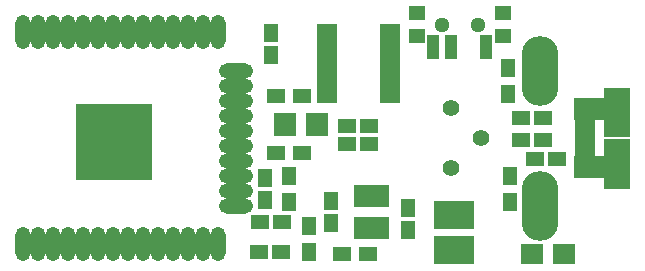
<source format=gts>
G04 #@! TF.FileFunction,Soldermask,Top*
%FSLAX46Y46*%
G04 Gerber Fmt 4.6, Leading zero omitted, Abs format (unit mm)*
G04 Created by KiCad (PCBNEW 4.0.7-e2-6376~58~ubuntu16.04.1) date Thu Oct 19 04:39:58 2017*
%MOMM*%
%LPD*%
G01*
G04 APERTURE LIST*
%ADD10C,0.100000*%
%ADD11R,1.150000X1.600000*%
%ADD12R,1.600000X1.150000*%
%ADD13R,1.780000X0.850000*%
%ADD14R,2.500000X1.875000*%
%ADD15R,2.300000X2.775000*%
%ADD16R,2.300000X1.575000*%
%ADD17R,3.400000X2.400000*%
%ADD18R,1.900000X1.700000*%
%ADD19O,1.300000X2.900000*%
%ADD20O,2.900000X1.300000*%
%ADD21R,6.400000X6.400000*%
%ADD22R,1.300000X1.600000*%
%ADD23R,1.600000X1.300000*%
%ADD24C,1.400000*%
%ADD25R,1.050000X1.960000*%
%ADD26R,1.670000X0.806400*%
%ADD27O,3.120000X5.910000*%
%ADD28R,1.900000X0.800000*%
%ADD29R,1.390600X1.212800*%
%ADD30C,1.289000*%
%ADD31R,1.111200X2.152600*%
G04 APERTURE END LIST*
D10*
D11*
X160528000Y-109154000D03*
X160528000Y-107254000D03*
D12*
X173212800Y-103098600D03*
X171312800Y-103098600D03*
D11*
X154025600Y-108544400D03*
X154025600Y-106644400D03*
D12*
X172031700Y-99669600D03*
X170131700Y-99669600D03*
X172031700Y-101485700D03*
X170131700Y-101485700D03*
X157287000Y-100330000D03*
X155387000Y-100330000D03*
X157287000Y-101854000D03*
X155387000Y-101854000D03*
D11*
X148957000Y-92436000D03*
X148957000Y-94336000D03*
D12*
X148021000Y-108458000D03*
X149921000Y-108458000D03*
D11*
X148463000Y-104714000D03*
X148463000Y-106614000D03*
D12*
X149844800Y-110959900D03*
X147944800Y-110959900D03*
D13*
X175571800Y-102646000D03*
X175571800Y-101996000D03*
X175571800Y-101346000D03*
X175571800Y-100696000D03*
X175571800Y-100046000D03*
D14*
X175931800Y-103808500D03*
X175931800Y-98883500D03*
D15*
X178231800Y-104256000D03*
X178231800Y-98436000D03*
D16*
X178231800Y-102186000D03*
X178231800Y-100506000D03*
D17*
X164447000Y-110846000D03*
X164447000Y-107846000D03*
D18*
X173739800Y-111188500D03*
X171039800Y-111188500D03*
D19*
X127973000Y-92346000D03*
X129243000Y-92346000D03*
X130513000Y-92346000D03*
X131783000Y-92346000D03*
X133053000Y-92346000D03*
X134323000Y-92346000D03*
X135593000Y-92346000D03*
X136863000Y-92346000D03*
X138133000Y-92346000D03*
X139403000Y-92346000D03*
X140673000Y-92346000D03*
X141943000Y-92346000D03*
X143213000Y-92346000D03*
X144483000Y-92346000D03*
D20*
X145973000Y-95631000D03*
X145973000Y-96901000D03*
X145973000Y-98171000D03*
X145973000Y-99441000D03*
X145973000Y-100711000D03*
X145973000Y-101981000D03*
X145973000Y-103251000D03*
X145973000Y-104521000D03*
X145973000Y-105791000D03*
X145973000Y-107061000D03*
D19*
X144483000Y-110346000D03*
X143213000Y-110346000D03*
X141943000Y-110346000D03*
X140673000Y-110346000D03*
X139403000Y-110346000D03*
X138133000Y-110346000D03*
X136863000Y-110346000D03*
X135593000Y-110346000D03*
X134323000Y-110346000D03*
X133053000Y-110346000D03*
X131783000Y-110346000D03*
X130513000Y-110346000D03*
X129243000Y-110346000D03*
X127973000Y-110346000D03*
D21*
X135673000Y-101646000D03*
D22*
X150495000Y-104564000D03*
X150495000Y-106764000D03*
X169011600Y-95394600D03*
X169011600Y-97594600D03*
X169214800Y-106789400D03*
X169214800Y-104589400D03*
D23*
X149395000Y-102616000D03*
X151595000Y-102616000D03*
X151595000Y-97790000D03*
X149395000Y-97790000D03*
D22*
X152222200Y-108780400D03*
X152222200Y-110980400D03*
D23*
X154997000Y-111121000D03*
X157197000Y-111121000D03*
D24*
X164195760Y-98806000D03*
X164195760Y-103886000D03*
X166735760Y-101346000D03*
D25*
X158422000Y-106271000D03*
X157472000Y-106271000D03*
X156522000Y-106271000D03*
X156522000Y-108971000D03*
X158422000Y-108971000D03*
X157472000Y-108971000D03*
D26*
X153670000Y-92075000D03*
X153670000Y-92710000D03*
X153670000Y-93370400D03*
X153670000Y-94030800D03*
X153670000Y-94665800D03*
X153670000Y-95326200D03*
X153670000Y-95986600D03*
X153670000Y-96621600D03*
X153670000Y-97282000D03*
X153670000Y-97917000D03*
X159004000Y-97917000D03*
X159004000Y-97282000D03*
X159004000Y-96621600D03*
X159004000Y-95986600D03*
X159004000Y-95326200D03*
X159004000Y-94665800D03*
X159004000Y-94030800D03*
X159004000Y-93370400D03*
X159004000Y-92710000D03*
X159004000Y-92075000D03*
D27*
X171704000Y-107061000D03*
X171704000Y-95631000D03*
D28*
X152847000Y-100836000D03*
X152847000Y-100186000D03*
X152847000Y-99536000D03*
X150187000Y-99536000D03*
X150187000Y-100186000D03*
X150187000Y-100836000D03*
D29*
X161312100Y-90778100D03*
X161312100Y-92733900D03*
D30*
X163458400Y-91756000D03*
D29*
X168601900Y-90778100D03*
X168601900Y-92733900D03*
D31*
X167192200Y-93622900D03*
X162696400Y-93622900D03*
X164195000Y-93622900D03*
D30*
X166455600Y-91756000D03*
M02*

</source>
